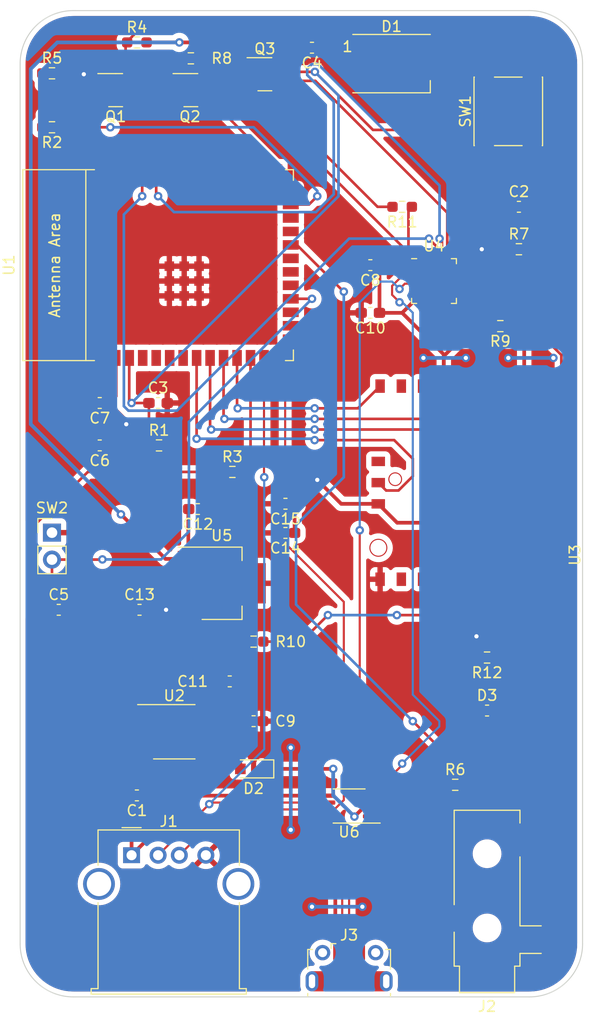
<source format=kicad_pcb>
(kicad_pcb (version 20211014) (generator pcbnew)
  (layers (0 "F.Cu" signal) (31 "B.Cu" signal) (34 "B.Paste" user) (35 "F.Paste" user) (36 "B.SilkS" user "B.Silkscreen") (37 "F.SilkS" user "F.Silkscreen") (38 "B.Mask" user) (39 "F.Mask" user) (44 "Edge.Cuts" user))
  (net 0 "")
  (net 1 "Net-(R2-Pad1)")
  (net 2 "Net-(Q1-Pad2)")
  (net 3 "3.3V")
  (net 4 "CHIP_PU")
  (net 5 "Net-(D3-Pad2)")
  (net 6 "Net-(Q2-Pad1)")
  (net 7 "Net-(Q3-Pad2)")
  (net 8 "VBUS")
  (net 9 "Net-(R10-Pad2)")
  (net 10 "Earth")
  (net 11 "Net-(Q3-Pad1)")
  (net 12 "Net-(Q2-Pad2)")
  (net 13 "Net-(R7-Pad2)")
  (net 14 "Net-(J2-PadR)")
  (net 15 "Net-(R6-Pad2)")
  (net 16 "Net-(D1-Pad4)")
  (net 17 "S4_EN")
  (net 18 "Net-(R3-Pad2)")
  (net 19 "BOOT")
  (net 23 "S4_VBUS")
  (net 24 "ESD_VBUS")
  (net 25 "ESD_DP")
  (net 26 "ESD_DN")
  (net 27 "ESD_S4_DP")
  (net 28 "ESD_S4_DN")
  (net 39 "U0_RXD")
  (net 40 "U0_TXD")
  (net 44 "ANT_RST")
  (net 49 "ANT_TX")
  (net 50 "ANT_RX")
  (net 53 "ANT_RTS")
  (net 79 "Net-(C5-Pad1)")
  (footprint "Capacitor_SMD:C_0603_1608Metric_Pad1.08x0.95mm_HandSolder" (layer "F.Cu") (at 144 153)
    (fp_text reference "D3")
    (fp_text value "RED LED")
  )
  (footprint "Capacitor_SMD:C_0603_1608Metric_Pad1.08x0.95mm_HandSolder" (layer "F.Cu") (at 103.6375 143.5)
    (fp_text reference "C5")
    (fp_text value "0.1uF")
  )
  (footprint "Capacitor_SMD:C_0603_1608Metric_Pad1.08x0.95mm_HandSolder" (layer "F.Cu") (at 147 105.5)
    (fp_text reference "C2")
    (fp_text value "0.1uF")
  )
  (footprint "Package_TO_SOT_SMD:SOT-23" (layer "F.Cu") (at 116.0875 94.5)
    (fp_text reference "Q2")
    (fp_text value "S8050")
  )
  (footprint "Capacitor_SMD:C_0603_1608Metric_Pad1.08x0.95mm_HandSolder" (layer "F.Cu") (at 125 136.25 180)
    (fp_text reference "C14")
    (fp_text value "0.1uF")
  )
  (footprint "Resistor_SMD:R_0603_1608Metric_Pad0.98x0.95mm_HandSolder" (layer "F.Cu") (at 122 146.5)
    (fp_text reference "R10")
    (fp_text value "22K")
  )
  (footprint "Capacitor_SMD:C_0603_1608Metric_Pad1.08x0.95mm_HandSolder" (layer "F.Cu") (at 133 115.5 180)
    (fp_text reference "C10")
    (fp_text value "0.1uF")
  )
  (footprint "Connector_USB:USB_A_Molex_67643_Horizontal" (layer "F.Cu") (at 110.5 166.64)
    (fp_text reference "J1")
    (fp_text value "USB_A")
  )
  (footprint "Resistor_SMD:R_0603_1608Metric_Pad0.98x0.95mm_HandSolder" (layer "F.Cu") (at 103 98 180)
    (fp_text reference "R2")
    (fp_text value "1K")
  )
  (footprint "Resistor_SMD:R_0603_1608Metric_Pad0.98x0.95mm_HandSolder" (layer "F.Cu") (at 103 92.9125)
    (fp_text reference "R5")
    (fp_text value "10K")
  )
  (footprint "Button_Switch_SMD:SW_Push_1P1T_NO_6x6mm_H9.5mm" (layer "F.Cu") (at 146 96.5 90)
    (fp_text reference "SW1")
    (fp_text value "SW_RESET")
  )
  (footprint "Capacitor_SMD:C_0603_1608Metric_Pad1.08x0.95mm_HandSolder" (layer "F.Cu") (at 125 133.5 180)
    (fp_text reference "C15")
    (fp_text value "4.7uF")
  )
  (footprint "Capacitor_SMD:C_0603_1608Metric_Pad1.08x0.95mm_HandSolder" (layer "F.Cu") (at 111 161 180)
    (fp_text reference "C1")
    (fp_text value "1uF")
  )
  (footprint "Package_SO:MSOP-8_3x3mm_P0.65mm" (layer "F.Cu") (at 131 162 180)
    (fp_text reference "U6")
    (fp_text value "SP0506BAATG")
  )
  (footprint "Resistor_SMD:R_0603_1608Metric_Pad0.98x0.95mm_HandSolder" (layer "F.Cu") (at 141 160)
    (fp_text reference "R6")
    (fp_text value "10k")
  )
  (footprint "Diode_SMD:D_SOD-323_HandSoldering" (layer "F.Cu") (at 122 158.5 180)
    (fp_text reference "D2")
    (fp_text value "1N5819")
  )
  (footprint "Package_TO_SOT_SMD:SOT-223-3_TabPin2" (layer "F.Cu") (at 119 141)
    (fp_text reference "U5")
    (fp_text value "AP7361C-33E")
  )
  (footprint "MyParts:D52Q" (layer "F.Cu") (at 152.9215 141.508 90)
    (fp_text reference "U3")
    (fp_text value "D52Q")
  )
  (footprint "Package_DFN_QFN:QFN-24-1EP_4x4mm_P0.5mm_EP2.6x2.6mm" (layer "F.Cu") (at 139 112.5)
    (fp_text reference "U4")
    (fp_text value "CP2102N-Axx-xQFN24")
  )
  (footprint "Capacitor_SMD:C_0603_1608Metric_Pad1.08x0.95mm_HandSolder" (layer "F.Cu") (at 119.75 150.25 180)
    (fp_text reference "C11")
    (fp_text value "10uF")
  )
  (footprint "Resistor_SMD:R_0603_1608Metric_Pad0.98x0.95mm_HandSolder" (layer "F.Cu") (at 113.0875 128)
    (fp_text reference "R1")
    (fp_text value "10K")
  )
  (footprint "Resistor_SMD:R_0603_1608Metric_Pad0.98x0.95mm_HandSolder" (layer "F.Cu") (at 144 148 180)
    (fp_text reference "R12")
    (fp_text value "4.7K")
  )
  (footprint "Capacitor_SMD:C_0603_1608Metric_Pad1.08x0.95mm_HandSolder" (layer "F.Cu") (at 127.5 90.5 180)
    (fp_text reference "C4")
    (fp_text value "0.1uF")
  )
  (footprint "Espressif:ESP32-S3-WROOM-1" (layer "F.Cu") (at 116 111 90)
    (fp_text reference "U1")
    (fp_text value "ESP32-S3-WROOM-1")
  )
  (footprint "Connector_USB:USB_Micro-B_Molex-105017-0001" (layer "F.Cu") (at 131 177.292)
    (fp_text reference "J3")
    (fp_text value "USB_B_Micro")
  )
  (footprint "Resistor_SMD:R_0603_1608Metric_Pad0.98x0.95mm_HandSolder" (layer "F.Cu") (at 111 90)
    (fp_text reference "R4")
    (fp_text value "10K")
  )
  (footprint "Capacitor_SMD:C_0603_1608Metric_Pad1.08x0.95mm_HandSolder" (layer "F.Cu") (at 111.25 143.5)
    (fp_text reference "C13")
    (fp_text value "4.7uF")
  )
  (footprint "Resistor_SMD:R_0603_1608Metric_Pad0.98x0.95mm_HandSolder" (layer "F.Cu") (at 116.0875 91.5 180)
    (fp_text reference "R8")
    (fp_text value "10K")
  )
  (footprint "Resistor_SMD:R_0603_1608Metric_Pad0.98x0.95mm_HandSolder" (layer "F.Cu") (at 136 105.5 180)
    (fp_text reference "R11")
    (fp_text value "10K")
  )
  (footprint "Package_TO_SOT_SMD:SOT-23" (layer "F.Cu") (at 123.0625 93)
    (fp_text reference "Q3")
    (fp_text value "S8050")
  )
  (footprint "Package_SO:SOIC-8_3.9x4.9mm_P1.27mm" (layer "F.Cu") (at 114.525 155)
    (fp_text reference "U2")
    (fp_text value "LM3525M-H")
  )
  (footprint "Package_TO_SOT_SMD:SOT-23" (layer "F.Cu") (at 109 94.5)
    (fp_text reference "Q1")
    (fp_text value "BSS138")
  )
  (footprint "Capacitor_SMD:C_0603_1608Metric_Pad1.08x0.95mm_HandSolder" (layer "F.Cu") (at 133 111 180)
    (fp_text reference "C8")
    (fp_text value "4.7uF")
  )
  (footprint "Resistor_SMD:R_0603_1608Metric_Pad0.98x0.95mm_HandSolder" (layer "F.Cu") (at 147 109.5)
    (fp_text reference "R7")
    (fp_text value "1K")
  )
  (footprint "Resistor_SMD:R_0603_1608Metric_Pad0.98x0.95mm_HandSolder" (layer "F.Cu") (at 120 130.5)
    (fp_text reference "R3")
    (fp_text value "10k")
  )
  (footprint "Resistor_SMD:R_0603_1608Metric_Pad0.98x0.95mm_HandSolder" (layer "F.Cu") (at 145.25 116.75 180)
    (fp_text reference "R9")
    (fp_text value "47K")
  )
  (footprint "Connector_Audio:Jack_3.5mm_CUI_SJ-3523-SMT_Horizontal" (layer "F.Cu") (at 144 171 180)
    (fp_text reference "J2")
    (fp_text value "AudioJack3")
  )
  (footprint "LED_SMD:LED_WS2812B_PLCC4_5.0x5.0mm_P3.2mm" (layer "F.Cu") (at 135 92)
    (fp_text reference "D1")
    (fp_text value "WS2812B")
  )
  (footprint "Capacitor_SMD:C_0603_1608Metric_Pad1.08x0.95mm_HandSolder" (layer "F.Cu") (at 113 124)
    (fp_text reference "C3")
    (fp_text value "1uF")
  )
  (footprint "Capacitor_SMD:C_0603_1608Metric_Pad1.08x0.95mm_HandSolder" (layer "F.Cu") (at 116.75 134 180)
    (fp_text reference "C12")
    (fp_text value "4.7uF")
  )
  (footprint "Capacitor_SMD:C_0603_1608Metric_Pad1.08x0.95mm_HandSolder" (layer "F.Cu") (at 122 154 180)
    (fp_text reference "C9")
    (fp_text value "0.1uF")
  )
  (footprint "Capacitor_SMD:C_0603_1608Metric_Pad1.08x0.95mm_HandSolder" (layer "F.Cu") (at 107.5 128 180)
    (fp_text reference "C6")
    (fp_text value "0.1uF")
  )
  (footprint "Capacitor_SMD:C_0603_1608Metric_Pad1.08x0.95mm_HandSolder" (layer "F.Cu") (at 107.5 124 180)
    (fp_text reference "C7")
    (fp_text value "10uF")
  )
  (footprint "Connector_PinHeader_2.54mm:PinHeader_1x02_P2.54mm_Vertical" (layer "F.Cu") (at 103 136.225)
    (fp_text reference "SW2")
    (fp_text value "S4_SW")
  )
  (gr_arc (start 148 87) (mid 151.535534 88.464466) (end 153 92) (layer "Edge.Cuts") (width 0.1))
  (gr_line (start 153 92) (end 153 175) (layer "Edge.Cuts") (width 0.1))
  (gr_arc (start 105 180) (mid 101.464466 178.535534) (end 100 175) (layer "Edge.Cuts") (width 0.1))
  (gr_line (start 105 87) (end 148 87) (layer "Edge.Cuts") (width 0.1))
  (gr_line (start 100 92) (end 100 175) (layer "Edge.Cuts") (width 0.1))
  (gr_line (start 105 180) (end 148 180) (layer "Edge.Cuts") (width 0.1))
  (gr_arc (start 153 175) (mid 151.535534 178.535534) (end 148 180) (layer "Edge.Cuts") (width 0.1))
  (gr_arc (start 100 92) (mid 101.464466 88.464466) (end 105 87) (layer "Edge.Cuts") (width 0.1))
  (segment (start 127.215 105.285) (end 125.5 105.285) (width 0.25) (layer "F.Cu") (net 1))
  (segment (start 103.9125 98) (end 108.5 98) (width 0.25) (layer "F.Cu") (net 1))
  (segment (start 128 104.5) (end 127.215 105.285) (width 0.25) (layer "F.Cu") (net 1))
  (via (at 108.5 98) (size 0.8) (drill 0.4) (layers "F.Cu" "B.Cu") (net 1))
  (via (at 128 104.5) (size 0.8) (drill 0.4) (layers "F.Cu" "B.Cu") (net 1))
  (segment (start 128 104) (end 122 98) (width 0.25) (layer "B.Cu") (net 1))
  (segment (start 122 98) (end 108.5 98) (width 0.25) (layer "B.Cu") (net 1))
  (segment (start 128 104.5) (end 128 104) (width 0.25) (layer "B.Cu") (net 1))
  (segment (start 102 94) (end 103.45 95.45) (width 0.25) (layer "F.Cu") (net 2))
  (segment (start 102.0875 92.9125) (end 102 93) (width 0.25) (layer "F.Cu") (net 2))
  (segment (start 102.0875 96.8125) (end 103.45 95.45) (width 0.25) (layer "F.Cu") (net 2))
  (segment (start 102 93) (end 102 94) (width 0.25) (layer "F.Cu") (net 2))
  (segment (start 108.0625 95.45) (end 103.45 95.45) (width 0.25) (layer "F.Cu") (net 2))
  (segment (start 102.0875 98) (end 102.0875 96.8125) (width 0.25) (layer "F.Cu") (net 2))
  (segment (start 146.975489 118.225489) (end 141.274511 118.225489) (width 0.35) (layer "F.Cu") (net 3))
  (segment (start 143 147.9125) (end 143.0875 148) (width 0.35) (layer "F.Cu") (net 3))
  (segment (start 113.75 143.5) (end 112.1125 143.5) (width 0.35) (layer "F.Cu") (net 3))
  (segment (start 144.745006 135.289011) (end 145.75 134.284017) (width 0.35) (layer "F.Cu") (net 3))
  (segment (start 135.527511 135.289011) (end 144.745006 135.289011) (width 0.35) (layer "F.Cu") (net 3))
  (segment (start 110 126) (end 110 125.6375) (width 0.35) (layer "F.Cu") (net 3))
  (segment (start 133.7465 133.508) (end 135.527511 135.289011) (width 0.35) (layer "F.Cu") (net 3))
  (segment (start 104 93) (end 103.9125 92.9125) (width 0.35) (layer "F.Cu") (net 3))
  (segment (start 137.40625 114.09375) (end 136 115.5) (width 0.35) (layer "F.Cu") (net 3))
  (segment (start 110 125.6375) (end 108.3625 124) (width 0.35) (layer "F.Cu") (net 3))
  (segment (start 125.8625 136.25) (end 125.8625 133.5) (width 0.35) (layer "F.Cu") (net 3))
  (segment (start 110 126.3625) (end 108.3625 128) (width 0.35) (layer "F.Cu") (net 3))
  (segment (start 113.75 143.5) (end 115.65 143.5) (width 0.35) (layer "F.Cu") (net 3))
  (segment (start 147.5 118.75) (end 146.975489 118.225489) (width 0.35) (layer "F.Cu") (net 3))
  (segment (start 136 115.5) (end 133.8625 115.5) (width 0.35) (layer "F.Cu") (net 3))
  (segment (start 133.8625 115.5) (end 133.8625 111) (width 0.35) (layer "F.Cu") (net 3))
  (segment (start 141.274511 118.225489) (end 139.9215 119.5785) (width 0.35) (layer "F.Cu") (net 3))
  (segment (start 128 131.25) (end 130.258 133.508) (width 0.35) (layer "F.Cu") (net 3))
  (segment (start 107.55 93.55) (end 108.0625 93.55) (width 0.35) (layer "F.Cu") (net 3))
  (segment (start 145.75 124.408022) (end 147.5 122.658022) (width 0.35) (layer "F.Cu") (net 3))
  (segment (start 137.0625 113.75) (end 137.0625 113.25) (width 0.35) (layer "F.Cu") (net 3))
  (segment (start 143 146) (end 143 147.9125) (width 0.35) (layer "F.Cu") (net 3))
  (segment (start 125.8625 133.5) (end 125.8625 133.3875) (width 0.35) (layer "F.Cu") (net 3))
  (segment (start 130.258 133.508) (end 133.7465 133.508) (width 0.35) (layer "F.Cu") (net 3))
  (segment (start 143.5 109.5) (end 146.0875 109.5) (width 0.35) (layer "F.Cu") (net 3))
  (segment (start 139.9215 122.408) (end 139.9215 119.4215) (width 0.35) (layer "F.Cu") (net 3))
  (segment (start 107 93) (end 107.55 93.55) (width 0.35) (layer "F.Cu") (net 3))
  (segment (start 110.175 126) (end 112.175 128) (width 0.35) (layer "F.Cu") (net 3))
  (segment (start 125.8625 133.3875) (end 128 131.25) (width 0.35) (layer "F.Cu") (net 3))
  (segment (start 139.9215 119.5785) (end 139.9215 122.408) (width 0.35) (layer "F.Cu") (net 3))
  (segment (start 106 93) (end 107 93) (width 0.35) (layer "F.Cu") (net 3))
  (segment (start 110 126) (end 110.175 126) (width 0.35) (layer "F.Cu") (net 3))
  (segment (start 115.65 143.5) (end 115.85 143.3) (width 0.35) (layer "F.Cu") (net 3))
  (segment (start 106 93) (end 104 93) (width 0.35) (layer "F.Cu") (net 3))
  (segment (start 108.3625 124) (end 109.01 123.3525) (width 0.35) (layer "F.Cu") (net 3))
  (segment (start 147.5 122.658022) (end 147.5 118.75) (width 0.35) (layer "F.Cu") (net 3))
  (segment (start 137.0625 113.75) (end 137.75 114.4375) (width 0.35) (layer "F.Cu") (net 3))
  (segment (start 109.01 123.3525) (end 109.01 119.75) (width 0.35) (layer "F.Cu") (net 3))
  (segment (start 139.9215 119.4215) (end 136 115.5) (width 0.35) (layer "F.Cu") (net 3))
  (segment (start 110 126) (end 110 126.3625) (width 0.35) (layer "F.Cu") (net 3))
  (segment (start 145.75 134.284017) (end 145.75 124.408022) (width 0.35) (layer "F.Cu") (net 3))
  (via (at 106 93) (size 0.8) (drill 0.4) (layers "F.Cu" "B.Cu") (net 3))
  (via (at 113.75 143.5) (size 0.8) (drill 0.4) (layers "F.Cu" "B.Cu") (net 3))
  (via (at 128 131.25) (size 0.8) (drill 0.4) (layers "F.Cu" "B.Cu") (net 3))
  (via (at 110 126) (size 0.8) (drill 0.4) (layers "F.Cu" "B.Cu") (net 3))
  (via (at 143.5 109.5) (size 0.8) (drill 0.4) (layers "F.Cu" "B.Cu") (net 3))
  (via (at 143 146) (size 0.8) (drill 0.4) (layers "F.Cu" "B.Cu") (net 3))
  (segment (start 148.25 105.1125) (end 148.25 100.475) (width 0.25) (layer "F.Cu") (net 4))
  (segment (start 133.25 98.25) (end 148.25 98.25) (width 0.25) (layer "F.Cu") (net 4))
  (segment (start 114 128) (end 112.1375 126.1375) (width 0.25) (layer "F.Cu") (net 4))
  (segment (start 110.28 123.78) (end 110.5 124) (width 0.25) (layer "F.Cu") (net 4))
  (segment (start 112.1375 126.1375) (end 112.1375 124) (width 0.25) (layer "F.Cu") (net 4))
  (segment (start 124.224511 92.775489) (end 127.775489 92.775489) (width 0.25) (layer "F.Cu") (net 4))
  (segment (start 110.5 124) (end 112.1375 124) (width 0.25) (layer "F.Cu") (net 4))
  (segment (start 124 93) (end 124.224511 92.775489) (width 0.25) (layer "F.Cu") (net 4))
  (segment (start 110.28 119.75) (end 110.28 123.78) (width 0.25) (layer "F.Cu") (net 4))
  (segment (start 148.25 98.25) (end 148.25 100.475) (width 0.25) (layer "F.Cu") (net 4))
  (segment (start 147.8625 105.5) (end 148.25 105.1125) (width 0.25) (layer "F.Cu") (net 4))
  (segment (start 148.25 92.525) (end 148.25 98.25) (width 0.25) (layer "F.Cu") (net 4))
  (segment (start 127.775489 92.775489) (end 133.25 98.25) (width 0.25) (layer "F.Cu") (net 4))
  (via (at 127.775489 92.775489) (size 0.8) (drill 0.4) (layers "F.Cu" "B.Cu") (net 4))
  (via (at 110.5 124) (size 0.8) (drill 0.4) (layers "F.Cu" "B.Cu") (net 4))
  (segment (start 130 95) (end 127.775489 92.775489) (width 0.25) (layer "B.Cu") (net 4))
  (segment (start 130 104.5) (end 130 95) (width 0.25) (layer "B.Cu") (net 4))
  (segment (start 110.5 124) (end 130 104.5) (width 0.25) (layer "B.Cu") (net 4))
  (segment (start 144.8625 153) (end 144.8625 148.05) (width 0.25) (layer "F.Cu") (net 5))
  (segment (start 144.8625 148.05) (end 144.9125 148) (width 0.25) (layer "F.Cu") (net 5))
  (segment (start 138.25 110.102672) (end 138.25 110.5625) (width 0.25) (layer "F.Cu") (net 6))
  (segment (start 136.591908 105.820592) (end 136.591908 109.82548) (width 0.25) (layer "F.Cu") (net 6))
  (segment (start 136.591908 109.82548) (end 137.972808 109.82548) (width 0.25) (layer "F.Cu") (net 6))
  (segment (start 136.9125 105.5) (end 136.591908 105.820592) (width 0.25) (layer "F.Cu") (net 6))
  (segment (start 115.15 93.55) (end 120.316428 93.55) (width 0.25) (layer "F.Cu") (net 6))
  (segment (start 120.316428 93.55) (end 136.591908 109.82548) (width 0.25) (layer "F.Cu") (net 6))
  (segment (start 137.972808 109.82548) (end 138.25 110.102672) (width 0.25) (layer "F.Cu") (net 6))
  (segment (start 135.0875 105.5) (end 133.675 105.5) (width 0.25) (layer "F.Cu") (net 7))
  (segment (start 133.675 105.5) (end 122.125 93.95) (width 0.25) (layer "F.Cu") (net 7))
  (segment (start 119 144.4125) (end 119 140.5) (width 0.35) (layer "F.Cu") (net 8))
  (segment (start 113.7 138.7) (end 115.85 138.7) (width 0.35) (layer "F.Cu") (net 8))
  (segment (start 115.85 138.7) (end 115.85 134.0375) (width 0.35) (layer "F.Cu") (net 8))
  (segment (start 115.85 134.0375) (end 115.8875 134) (width 0.35) (layer "F.Cu") (net 8))
  (segment (start 121.0875 146.5) (end 119 144.4125) (width 0.35) (layer "F.Cu") (net 8))
  (segment (start 120.75 154.3875) (end 121.1375 154) (width 0.35) (layer "F.Cu") (net 8))
  (segment (start 121.0875 149.775) (end 120.6125 150.25) (width 0.35) (layer "F.Cu") (net 8))
  (segment (start 111.9125 90) (end 126.1375 90) (width 0.35) (layer "F.Cu") (net 8))
  (segment (start 120.75 158.5) (end 120.75 154.3875) (width 0.35) (layer "F.Cu") (net 8))
  (segment (start 117 154.365) (end 120.7725 154.365) (width 0.35) (layer "F.Cu") (net 8))
  (segment (start 121.1375 150.775) (end 120.6125 150.25) (width 0.35) (layer "F.Cu") (net 8))
  (segment (start 126.1375 90) (end 126.6375 90.5) (width 0.35) (layer "F.Cu") (net 8))
  (segment (start 126.48702 89.65048) (end 126.1375 90) (width 0.35) (layer "F.Cu") (net 8))
  (segment (start 121.1375 154) (end 121.1375 150.775) (width 0.35) (layer "F.Cu") (net 8))
  (segment (start 121.0875 146.5) (end 121.0875 149.775) (width 0.35) (layer "F.Cu") (net 8))
  (segment (start 131.80048 89.65048) (end 126.48702 89.65048) (width 0.35) (layer "F.Cu") (net 8))
  (segment (start 119 140.5) (end 117.2 138.7) (width 0.35) (layer "F.Cu") (net 8))
  (segment (start 117.2 138.7) (end 115.85 138.7) (width 0.35) (layer "F.Cu") (net 8))
  (segment (start 132.55 90.4) (end 131.80048 89.65048) (width 0.35) (layer "F.Cu") (net 8))
  (segment (start 109.5 134.5) (end 113.7 138.7) (width 0.35) (layer "F.Cu") (net 8))
  (via (at 115 90) (size 0.8) (drill 0.4) (layers "F.Cu" "B.Cu") (net 8))
  (via (at 109.5 134.5) (size 0.8) (drill 0.4) (layers "F.Cu" "B.Cu") (net 8))
  (segment (start 101 126) (end 101 92.5) (width 0.35) (layer "B.Cu") (net 8))
  (segment (start 101 92.5) (end 103.5 90) (width 0.35) (layer "B.Cu") (net 8))
  (segment (start 109.5 134.5) (end 101 126) (width 0.35) (layer "B.Cu") (net 8))
  (segment (start 103.5 90) (end 115 90) (width 0.35) (layer "B.Cu") (net 8))
  (segment (start 147.475094 115.95048) (end 145.13702 115.95048) (width 0.25) (layer "F.Cu") (net 9))
  (segment (start 144.5 144) (end 151 137.5) (width 0.25) (layer "F.Cu") (net 9))
  (segment (start 151 137.5) (end 151 119.475386) (width 0.25) (layer "F.Cu") (net 9))
  (segment (start 139.966954 116.75) (end 144.3375 116.75) (width 0.25) (layer "F.Cu") (net 9))
  (segment (start 138.25 115.033046) (end 139.966954 116.75) (width 0.25) (layer "F.Cu") (net 9))
  (segment (start 126.5 146.5) (end 129 144) (width 0.25) (layer "F.Cu") (net 9))
  (segment (start 151 119.475386) (end 147.475094 115.95048) (width 0.25) (layer "F.Cu") (net 9))
  (segment (start 135.5 144) (end 144.5 144) (width 0.25) (layer "F.Cu") (net 9))
  (segment (start 122.9125 146.5) (end 126.5 146.5) (width 0.25) (layer "F.Cu") (net 9))
  (segment (start 145.13702 115.95048) (end 144.3375 116.75) (width 0.25) (layer "F.Cu") (net 9))
  (segment (start 138.25 114.4375) (end 138.25 115.033046) (width 0.25) (layer "F.Cu") (net 9))
  (via (at 135.5 144) (size 0.8) (drill 0.4) (layers "F.Cu" "B.Cu") (net 9))
  (via (at 129 144) (size 0.8) (drill 0.4) (layers "F.Cu" "B.Cu") (net 9))
  (segment (start 129 144) (end 135.5 144) (width 0.25) (layer "B.Cu") (net 9))
  (segment (start 132.25 171.5) (end 132.3 171.55) (width 0.35) (layer "F.Cu") (net 10))
  (segment (start 137.0625 111.75) (end 135 111.75) (width 0.35) (layer "F.Cu") (net 10))
  (segment (start 132.3 171.55) (end 132.3 175.8295) (width 0.35) (layer "F.Cu") (net 10))
  (segment (start 147.25 116.75) (end 146.1625 116.75) (width 0.35) (layer "F.Cu") (net 10))
  (segment (start 137.0625 111.75) (end 138.75 111.75) (width 0.35) (layer "F.Cu") (net 10))
  (segment (start 150.25 119.75) (end 147.25 116.75) (width 0.35) (layer "F.Cu") (net 10))
  (via (at 138 119.75) (size 0.8) (drill 0.4) (layers "F.Cu" "B.Cu") (net 10))
  (via (at 125.5 156.5) (size 0.8) (drill 0.4) (layers "F.Cu" "B.Cu") (net 10))
  (via (at 125.5 164.25) (size 0.8) (drill 0.4) (layers "F.Cu" "B.Cu") (net 10))
  (via (at 146 119.75) (size 0.8) (drill 0.4) (layers "F.Cu" "B.Cu") (net 10))
  (via (at 127.5 171.5) (size 0.8) (drill 0.4) (layers "F.Cu" "B.Cu") (net 10))
  (via (at 150.25 119.75) (size 0.8) (drill 0.4) (layers "F.Cu" "B.Cu") (net 10))
  (via (at 142 119.75) (size 0.8) (drill 0.4) (layers "F.Cu" "B.Cu") (net 10))
  (via (at 132.25 171.5) (size 0.8) (drill 0.4) (layers "F.Cu" "B.Cu") (net 10))
  (segment (start 138 119.75) (end 142 119.75) (width 0.35) (layer "B.Cu") (net 10))
  (segment (start 125.5 164.25) (end 125.5 156.5) (width 0.35) (layer "B.Cu") (net 10))
  (segment (start 127.5 171.5) (end 132.25 171.5) (width 0.35) (layer "B.Cu") (net 10))
  (segment (start 150.25 119.75) (end 146 119.75) (width 0.35) (layer "B.Cu") (net 10))
  (segment (start 122.125 92.533572) (end 122.125 92.05) (width 0.25) (layer "F.Cu") (net 11))
  (segment (start 121.575 91.5) (end 122.125 92.05) (width 0.25) (layer "F.Cu") (net 11))
  (segment (start 140.25 110.5625) (end 140.25 106.055184) (width 0.25) (layer "F.Cu") (net 11))
  (segment (start 117 91.5) (end 121.575 91.5) (width 0.25) (layer "F.Cu") (net 11))
  (segment (start 127.819336 93.62452) (end 123.215948 93.62452) (width 0.25) (layer "F.Cu") (net 11))
  (segment (start 123.215948 93.62452) (end 122.125 92.533572) (width 0.25) (layer "F.Cu") (net 11))
  (segment (start 140.25 106.055184) (end 127.819336 93.62452) (width 0.25) (layer "F.Cu") (net 11))
  (segment (start 114.08798 92.58702) (end 115.175 91.5) (width 0.25) (layer "F.Cu") (net 12))
  (segment (start 115.15 95.45) (end 114.08798 94.38798) (width 0.25) (layer "F.Cu") (net 12))
  (segment (start 114.08798 94.38798) (end 114.08798 92.58702) (width 0.25) (layer "F.Cu") (net 12))
  (segment (start 141.9125 115.5) (end 139.352672 115.5) (width 0.25) (layer "F.Cu") (net 13))
  (segment (start 138.75 114.897328) (end 138.75 114.4375) (width 0.25) (layer "F.Cu") (net 13))
  (segment (start 147.9125 109.5) (end 141.9125 115.5) (width 0.25) (layer "F.Cu") (net 13))
  (segment (start 139.352672 115.5) (end 138.75 114.897328) (width 0.25) (layer "F.Cu") (net 13))
  (segment (start 140.3 160.2125) (end 140.0875 160) (width 0.25) (layer "F.Cu") (net 14))
  (segment (start 140.3 172.6) (end 140.3 160.2125) (width 0.25) (layer "F.Cu") (net 14))
  (segment (start 137 154) (end 141.9125 158.9125) (width 0.25) (layer "F.Cu") (net 15))
  (segment (start 130.5 113.5) (end 130.484022 113.5) (width 0.25) (layer "F.Cu") (net 15))
  (segment (start 130.484022 113.5) (end 126.079022 109.095) (width 0.25) (layer "F.Cu") (net 15))
  (segment (start 126.079022 109.095) (end 125.5 109.095) (width 0.25) (layer "F.Cu") (net 15))
  (segment (start 141.9125 158.9125) (end 141.9125 160) (width 0.25) (layer "F.Cu") (net 15))
  (via (at 137 154) (size 0.8) (drill 0.4) (layers "F.Cu" "B.Cu") (net 15))
  (via (at 130.5 113.5) (size 0.8) (drill 0.4) (layers "F.Cu" "B.Cu") (net 15))
  (segment (start 126 143) (end 137 154) (width 0.25) (layer "B.Cu") (net 15))
  (segment (start 126 135.5) (end 126 143) (width 0.25) (layer "B.Cu") (net 15))
  (segment (start 130.5 113.5) (end 130.5 131) (width 0.25) (layer "B.Cu") (net 15))
  (segment (start 130.5 131) (end 126 135.5) (width 0.25) (layer "B.Cu") (net 15))
  (segment (start 109.9375 90.15) (end 110.0875 90) (width 0.25) (layer "F.Cu") (net 16))
  (segment (start 109.9375 94.5) (end 109.9375 90.15) (width 0.25) (layer "F.Cu") (net 16))
  (segment (start 110.0875 89.9125) (end 111.5 88.5) (width 0.25) (layer "F.Cu") (net 16))
  (segment (start 111.5 88.5) (end 135.55 88.5) (width 0.25) (layer "F.Cu") (net 16))
  (segment (start 135.55 88.5) (end 137.45 90.4) (width 0.25) (layer "F.Cu") (net 16))
  (segment (start 110.0875 90) (end 110.0875 89.9125) (width 0.25) (layer "F.Cu") (net 16))
  (segment (start 101 143.5) (end 101 135.875978) (width 0.25) (layer "F.Cu") (net 17))
  (segment (start 101 135.875978) (end 106.375978 130.5) (width 0.25) (layer "F.Cu") (net 17))
  (segment (start 110.595 153.095) (end 101 143.5) (width 0.25) (layer "F.Cu") (net 17))
  (segment (start 106.375978 130.5) (end 119.0875 130.5) (width 0.25) (layer "F.Cu") (net 17))
  (segment (start 112.05 153.095) (end 110.595 153.095) (width 0.25) (layer "F.Cu") (net 17))
  (segment (start 121.71 129.7025) (end 121.71 119.75) (width 0.25) (layer "F.Cu") (net 18))
  (segment (start 120.9125 130.5) (end 121.71 129.7025) (width 0.25) (layer "F.Cu") (net 18))
  (segment (start 117.025 94.5) (end 124.25 101.725) (width 0.25) (layer "F.Cu") (net 19))
  (segment (start 124.25 101.725) (end 124.25 102.25) (width 0.25) (layer "F.Cu") (net 19))
  (segment (start 110.1375 161) (end 110.5 161.3625) (width 0.35) (layer "F.Cu") (net 23))
  (segment (start 115.5 154.148217) (end 115.5 154.581783) (width 0.35) (layer "F.Cu") (net 23))
  (segment (start 117 153.095) (end 116.553217 153.095) (width 0.35) (layer "F.Cu") (net 23))
  (segment (start 115.5 160.41) (end 116.115 161.025) (width 0.35) (layer "F.Cu") (net 23))
  (segment (start 110.5 166.64) (end 116.115 161.025) (width 0.35) (layer "F.Cu") (net 23))
  (segment (start 117 155.635) (end 116.553217 155.635) (width 0.35) (layer "F.Cu") (net 23))
  (segment (start 116.115 161.025) (end 128.8875 161.025) (width 0.35) (layer "F.Cu") (net 23))
  (segment (start 110.5 161.3625) (end 110.5 166.64) (width 0.35) (layer "F.Cu") (net 23))
  (segment (start 115.5 154.581783) (end 116.553217 155.635) (width 0.35) (layer "F.Cu") (net 23))
  (segment (start 116.553217 155.635) (end 115.5 156.688217) (width 0.35) (layer "F.Cu") (net 23))
  (segment (start 116.553217 153.095) (end 115.5 154.148217) (width 0.35) (layer "F.Cu") (net 23))
  (segment (start 115.5 156.688217) (end 115.5 160.41) (width 0.35) (layer "F.Cu") (net 23))
  (segment (start 129.7 169.3) (end 135 164) (width 0.35) (layer "F.Cu") (net 24))
  (segment (start 135 163.378928) (end 133.946072 162.325) (width 0.35) (layer "F.Cu") (net 24))
  (segment (start 132.175 162.325) (end 131.5 163) (width 0.35) (layer "F.Cu") (net 24))
  (segment (start 129.5 158.5) (end 123.25 158.5) (width 0.35) (layer "F.Cu") (net 24))
  (segment (start 129.7 175.8295) (end 129.7 169.3) (width 0.35) (layer "F.Cu") (net 24))
  (segment (start 133.946072 162.325) (end 133.1125 162.325) (width 0.35) (layer "F.Cu") (net 24))
  (segment (start 135 164) (end 135 163.378928) (width 0.35) (layer "F.Cu") (net 24))
  (segment (start 133.1125 162.325) (end 132.175 162.325) (width 0.35) (layer "F.Cu") (net 24))
  (via (at 129.5 158.5) (size 0.8) (drill 0.4) (layers "F.Cu" "B.Cu") (net 24))
  (via (at 131.5 163) (size 0.8) (drill 0.4) (layers "F.Cu" "B.Cu") (net 24))
  (segment (start 129.5 161) (end 131.5 163) (width 0.35) (layer "B.Cu") (net 24))
  (segment (start 129.5 158.5) (end 129.5 161) (width 0.35) (layer "B.Cu") (net 24))
  (segment (start 136 158) (end 136 158.1375) (width 0.2) (layer "F.Cu") (net 25))
  (segment (start 134.025 161.025) (end 133.1125 161.025) (width 0.2) (layer "F.Cu") (net 25))
  (segment (start 135.760741 112.25) (end 137.0625 112.25) (width 0.2) (layer "F.Cu") (net 25))
  (segment (start 135.050489 112.960252) (end 135.760741 112.25) (width 0.2) (layer "F.Cu") (net 25))
  (segment (start 131 175.8295) (end 131 169.5) (width 0.2) (layer "F.Cu") (net 25))
  (segment (start 135.050489 113.800489) (end 135.050489 112.960252) (width 0.2) (layer "F.Cu") (net 25))
  (segment (start 135.899519 162.899519) (end 134.025 161.025) (width 0.2) (layer "F.Cu") (net 25))
  (segment (start 131 169.5) (end 135.899519 164.600481) (width 0.2) (layer "F.Cu") (net 25))
  (segment (start 136 158.1375) (end 133.1125 161.025) (width 0.2) (layer "F.Cu") (net 25))
  (segment (start 135.899519 164.600481) (end 135.899519 162.899519) (width 0.2) (layer "F.Cu") (net 25))
  (segment (start 135.75 114.5) (end 135.050489 113.800489) (width 0.2) (layer "F.Cu") (net 25))
  (via (at 135.75 114.5) (size 0.8) (drill 0.4) (layers "F.Cu" "B.Cu") (net 25))
  (via (at 136 158) (size 0.8) (drill 0.4) (layers "F.Cu" "B.Cu") (net 25))
  (segment (start 136.010741 114.5) (end 137 115.489259) (width 0.2) (layer "B.Cu") (net 25))
  (segment (start 139.5 154.5) (end 136 158) (width 0.2) (layer "B.Cu") (net 25))
  (segment (start 137 115.489259) (end 137 151.5) (width 0.2) (layer "B.Cu") (net 25))
  (segment (start 137 151.5) (end 139.5 154) (width 0.2) (layer "B.Cu") (net 25))
  (segment (start 135.75 114.5) (end 136.010741 114.5) (width 0.2) (layer "B.Cu") (net 25))
  (segment (start 139.5 154) (end 139.5 154.5) (width 0.2) (layer "B.Cu") (net 25))
  (segment (start 133.967144 161.675) (end 133.1125 161.675) (width 0.2) (layer "F.Cu") (net 26))
  (segment (start 132 136) (end 132 161.5) (width 0.2) (layer "F.Cu") (net 26))
  (segment (start 136.25 112.75) (end 137.0625 112.75) (width 0.2) (layer "F.Cu") (net 26))
  (segment (start 135.5 164.171072) (end 135.5 163.207856) (width 0.2) (layer "F.Cu") (net 26))
  (segment (start 135.75 113.25) (end 136.25 112.75) (width 0.2) (layer "F.Cu") (net 26))
  (segment (start 130.35 175.8295) (end 130.35 169.321072) (width 0.2) (layer "F.Cu") (net 26))
  (segment (start 132.175 161.675) (end 133.1125 161.675) (width 0.2) (layer "F.Cu") (net 26))
  (segment (start 130.35 169.321072) (end 135.5 164.171072) (width 0.2) (layer "F.Cu") (net 26))
  (segment (start 132 161.5) (end 132.175 161.675) (width 0.2) (layer "F.Cu") (net 26))
  (segment (start 135.5 163.207856) (end 133.967144 161.675) (width 0.2) (layer "F.Cu") (net 26))
  (via (at 135.75 113.25) (size 0.8) (drill 0.4) (layers "F.Cu" "B.Cu") (net 26))
  (via (at 132 136) (size 0.8) (drill 0.4) (layers "F.Cu" "B.Cu") (net 26))
  (segment (start 135.050489 112.550489) (end 133.960252 112.550489) (width 0.2) (layer "B.Cu") (net 26))
  (segment (start 133.960252 112.550489) (end 132.010741 114.5) (width 0.2) (layer "B.Cu") (net 26))
  (segment (start 135.75 113.25) (end 135.050489 112.550489) (width 0.2) (layer "B.Cu") (net 26))
  (segment (start 132.010741 114.5) (end 132 114.5) (width 0.2) (layer "B.Cu") (net 26))
  (segment (start 132 114.510741) (end 132 136) (width 0.2) (layer "B.Cu") (net 26))
  (segment (start 130.5 161.440006) (end 130.5 142.75) (width 0.2) (layer "F.Cu") (net 27))
  (segment (start 124.97452 120.47452) (end 124.25 119.75) (width 0.2) (layer "F.Cu") (net 27))
  (segment (start 129.615006 162.325) (end 130.5 161.440006) (width 0.2) (layer "F.Cu") (net 27))
  (segment (start 115 166.64) (end 119.315 162.325) (width 0.2) (layer "F.Cu") (net 27))
  (segment (start 128.8875 162.325) (end 129.615006 162.325) (width 0.2) (layer "F.Cu") (net 27))
  (segment (start 130.5 142.75) (end 124.97452 137.22452) (width 0.2) (layer "F.Cu") (net 27))
  (segment (start 119.315 162.325) (end 128.8875 162.325) (width 0.2) (layer "F.Cu") (net 27))
  (segment (start 124.97452 137.22452) (end 124.97452 120.47452) (width 0.2) (layer "F.Cu") (net 27))
  (segment (start 117.82 161.82) (end 117.965 161.675) (width 0.2) (layer "F.Cu") (net 28))
  (segment (start 113 166.64) (end 117.82 161.82) (width 0.2) (layer "F.Cu") (net 28))
  (segment (start 122.98 130.98) (end 122.98 119.75) (width 0.2) (layer "F.Cu") (net 28))
  (segment (start 123 131) (end 122.98 130.98) (width 0.2) (layer "F.Cu") (net 28))
  (segment (start 117.965 161.675) (end 128.8875 161.675) (width 0.2) (layer "F.Cu") (net 28))
  (via (at 123 131) (size 0.8) (drill 0.4) (layers "F.Cu" "B.Cu") (net 28))
  (via (at 117.82 161.82) (size 0.8) (drill 0.4) (layers "F.Cu" "B.Cu") (net 28))
  (segment (start 123 131) (end 123 156.64) (width 0.2) (layer "B.Cu") (net 28))
  (segment (start 123 156.64) (end 117.82 161.82) (width 0.2) (layer "B.Cu") (net 28))
  (segment (start 139.75 110.5625) (end 139.75 108.7245) (width 0.25) (layer "F.Cu") (net 39))
  (segment (start 139.75 108.7245) (end 139.5255 108.5) (width 0.25) (layer "F.Cu") (net 39))
  (segment (start 112.82 104.32) (end 112.82 102.25) (width 0.25) (layer "F.Cu") (net 39))
  (segment (start 113 104.5) (end 112.82 104.32) (width 0.25) (layer "F.Cu") (net 39))
  (via (at 113 104.5) (size 0.8) (drill 0.4) (layers "F.Cu" "B.Cu") (net 39))
  (via (at 139.5255 108.5) (size 0.8) (drill 0.4) (layers "F.Cu" "B.Cu") (net 39))
  (segment (start 127.475386 92.050978) (end 128.075592 92.050978) (width 0.25) (layer "B.Cu") (net 39))
  (segment (start 114.5 106) (end 127.864282 106) (width 0.25) (layer "B.Cu") (net 39))
  (segment (start 127.864282 106) (end 129.55048 104.313802) (width 0.25) (layer "B.Cu") (net 39))
  (segment (start 139.5255 103.500886) (end 139.5255 108.5) (width 0.25) (layer "B.Cu") (net 39))
  (segment (start 129.55048 95.575094) (end 127.050978 93.075592) (width 0.25) (layer "B.Cu") (net 39))
  (segment (start 127.050978 92.475386) (end 127.475386 92.050978) (width 0.25) (layer "B.Cu") (net 39))
  (segment (start 127.050978 93.075592) (end 127.050978 92.475386) (width 0.25) (layer "B.Cu") (net 39))
  (segment (start 128.075592 92.050978) (end 139.5255 103.500886) (width 0.25) (layer "B.Cu") (net 39))
  (segment (start 129.55048 104.313802) (end 129.55048 95.575094) (width 0.25) (layer "B.Cu") (net 39))
  (segment (start 113 104.5) (end 114.5 106) (width 0.25) (layer "B.Cu") (net 39))
  (segment (start 139.25 110.5625) (end 139.25 109.249114) (width 0.25) (layer "F.Cu") (net 40))
  (segment (start 138.525997 108.525111) (end 138.525997 108.5) (width 0.25) (layer "F.Cu") (net 40))
  (segment (start 111.5 104.5) (end 111.5 102.3) (width 0.25) (layer "F.Cu") (net 40))
  (segment (start 139.25 109.249114) (end 138.525997 108.525111) (width 0.25) (layer "F.Cu") (net 40))
  (segment (start 111.5 102.3) (end 111.55 102.25) (width 0.25) (layer "F.Cu") (net 40))
  (via (at 111.5 104.5) (size 0.8) (drill 0.4) (layers "F.Cu" "B.Cu") (net 40))
  (via (at 138.525997 108.5) (size 0.8) (drill 0.4) (layers "F.Cu" "B.Cu") (net 40))
  (segment (start 109.775489 106.224511) (end 109.775489 124.300103) (width 0.25) (layer "B.Cu") (net 40))
  (segment (start 131 108.5) (end 138.525997 108.5) (width 0.25) (layer "B.Cu") (net 40))
  (segment (start 110.199897 124.724511) (end 114.775489 124.724511) (width 0.25) (layer "B.Cu") (net 40))
  (segment (start 111.5 104.5) (end 109.775489 106.224511) (width 0.25) (layer "B.Cu") (net 40))
  (segment (start 109.775489 124.300103) (end 110.199897 124.724511) (width 0.25) (layer "B.Cu") (net 40))
  (segment (start 114.775489 124.724511) (end 131 108.5) (width 0.25) (layer "B.Cu") (net 40))
  (segment (start 137 130.905049) (end 135.655049 132.25) (width 0.25) (layer "F.Cu") (net 44))
  (segment (start 127.75 127.499503) (end 135.249503 127.499503) (width 0.25) (layer "F.Cu") (net 44))
  (segment (start 137 129.25) (end 137 130.905049) (width 0.25) (layer "F.Cu") (net 44))
  (segment (start 116.63 119.75) (end 116.63 127.37) (width 0.25) (layer "F.Cu") (net 44))
  (segment (start 135.655049 132.25) (end 134.4885 132.25) (width 0.25) (layer "F.Cu") (net 44))
  (segment (start 135.249503 127.499503) (end 137 129.25) (width 0.25) (layer "F.Cu") (net 44))
  (segment (start 134.4885 132.25) (end 133.7465 131.508) (width 0.25) (layer "F.Cu") (net 44))
  (via (at 127.75 127.499503) (size 0.8) (drill 0.4) (layers "F.Cu" "B.Cu") (net 44))
  (via (at 116.63 127.37) (size 0.8) (drill 0.4) (layers "F.Cu" "B.Cu") (net 44))
  (segment (start 127.620497 127.37) (end 116.63 127.37) (width 0.25) (layer "B.Cu") (net 44))
  (segment (start 127.75 127.499503) (end 127.620497 127.37) (width 0.25) (layer "B.Cu") (net 44))
  (segment (start 117.9 126.4) (end 117.9 119.75) (width 0.25) (layer "F.Cu") (net 49))
  (segment (start 118 126.5) (end 117.9 126.4) (width 0.25) (layer "F.Cu") (net 49))
  (segment (start 127.75 126.5) (end 141.8295 126.5) (width 0.25) (layer "F.Cu") (net 49))
  (segment (start 141.8295 126.5) (end 145.9215 122.408) (width 0.25) (layer "F.Cu") (net 49))
  (via (at 127.75 126.5) (size 0.8) (drill 0.4) (layers "F.Cu" "B.Cu") (net 49))
  (via (at 118 126.5) (size 0.8) (drill 0.4) (layers "F.Cu" "B.Cu") (net 49))
  (segment (start 127.75 126.5) (end 118 126.5) (width 0.25) (layer "B.Cu") (net 49))
  (segment (start 119.25 125.5) (end 119.17 125.42) (width 0.25) (layer "F.Cu") (net 50))
  (segment (start 127.75 125.5) (end 140.8295 125.5) (width 0.25) (layer "F.Cu") (net 50))
  (segment (start 140.8295 125.5) (end 143.9215 122.408) (width 0.25) (layer "F.Cu") (net 50))
  (segment (start 119.17 125.42) (end 119.17 119.75) (width 0.25) (layer "F.Cu") (net 50))
  (via (at 127.75 125.5) (size 0.8) (drill 0.4) (layers "F.Cu" "B.Cu") (net 50))
  (via (at 119.25 125.5) (size 0.8) (drill 0.4) (layers "F.Cu" "B.Cu") (net 50))
  (segment (start 127.75 125.5) (end 119.25 125.5) (width 0.25) (layer "B.Cu") (net 50))
  (segment (start 131.8295 124.5) (end 133.9215 122.408) (width 0.25) (layer "F.Cu") (net 53))
  (segment (start 127.750497 124.5) (end 131.8295 124.5) (width 0.25) (layer "F.Cu") (net 53))
  (segment (start 120.5 124.5) (end 120.44 124.44) (width 0.25) (layer "F.Cu") (net 53))
  (segment (start 127.75 124.500497) (end 127.750497 124.5) (width 0.25) (layer "F.Cu") (net 53))
  (segment (start 120.44 124.44) (end 120.44 119.75) (width 0.25) (layer "F.Cu") (net 53))
  (via (at 120.5 124.5) (size 0.8) (drill 0.4) (layers "F.Cu" "B.Cu") (net 53))
  (via (at 127.75 124.500497) (size 0.8) (drill 0.4) (layers "F.Cu" "B.Cu") (net 53))
  (segment (start 120.5 124.5) (end 127.749503 124.5) (width 0.25) (layer "B.Cu") (net 53))
  (segment (start 127.749503 124.5) (end 127.75 124.500497) (width 0.25) (layer "B.Cu") (net 53))
  (segment (start 125.5 114.175) (end 127.5 114.175) (width 0.25) (layer "F.Cu") (net 79))
  (segment (start 102.775 143.5) (end 103 143.275) (width 0.25) (layer "F.Cu") (net 79))
  (segment (start 107.75 138.75) (end 107.735 138.765) (width 0.25) (layer "F.Cu") (net 79))
  (segment (start 107.735 138.765) (end 103 138.765) (width 0.25) (layer "F.Cu") (net 79))
  (segment (start 103 143.275) (end 103 138.765) (width 0.25) (layer "F.Cu") (net 79))
  (via (at 127.5 114.175) (size 0.8) (drill 0.4) (layers "F.Cu" "B.Cu") (net 79))
  (via (at 107.75 138.75) (size 0.8) (drill 0.4) (layers "F.Cu" "B.Cu") (net 79))
  (segment (start 115.905489 136.119125) (end 115.905489 125.769511) (width 0.25) (layer "B.Cu") (net 79))
  (segment (start 115.905489 125.769511) (end 127.5 114.175) (width 0.25) (layer "B.Cu") (net 79))
  (segment (start 113.274614 138.75) (end 115.905489 136.119125) (width 0.25) (layer "B.Cu") (net 79))
  (segment (start 107.75 138.75) (end 113.274614 138.75) (width 0.25) (layer "B.Cu") (net 79))
  (zone (net 10) (net_name "Earth") (layer "F.Cu") (name "GND") (connect_pads (clearance 0.508)) (min_thickness 0.35) (fill yes (thermal_gap 0.508) (thermal_bridge_width 0.508))
    (polygon (pts (xy 153.5 181) (xy 99 181) (xy 98.5 86) (xy 153.5 86)))
  )
  (zone (net 3) (net_name "3.3V") (layer "B.Cu") (name "3.3V") (connect_pads (clearance 0.508)) (min_thickness 0.35) (fill yes (thermal_gap 0.508) (thermal_bridge_width 0.508))
    (polygon (pts (xy 153.5 181) (xy 99 181) (xy 98.5 86) (xy 153.5 86)))
  )
)
</source>
